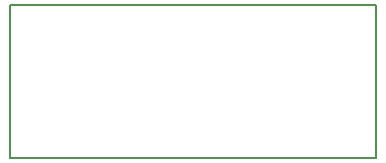
<source format=gbr>
G04 #@! TF.GenerationSoftware,KiCad,Pcbnew,(5.0.0)*
G04 #@! TF.CreationDate,2019-04-19T16:07:07+03:00*
G04 #@! TF.ProjectId,Rs485_adapter,52733438355F616461707465722E6B69,rev?*
G04 #@! TF.SameCoordinates,Original*
G04 #@! TF.FileFunction,Profile,NP*
%FSLAX46Y46*%
G04 Gerber Fmt 4.6, Leading zero omitted, Abs format (unit mm)*
G04 Created by KiCad (PCBNEW (5.0.0)) date 04/19/19 16:07:07*
%MOMM*%
%LPD*%
G01*
G04 APERTURE LIST*
%ADD10C,0.150000*%
G04 APERTURE END LIST*
D10*
X134500000Y-84500000D02*
X134500000Y-97500000D01*
X165500000Y-97500000D02*
X165500000Y-84500000D01*
X165500000Y-84500000D02*
X134500000Y-84500000D01*
X134500000Y-97500000D02*
X165500000Y-97500000D01*
M02*

</source>
